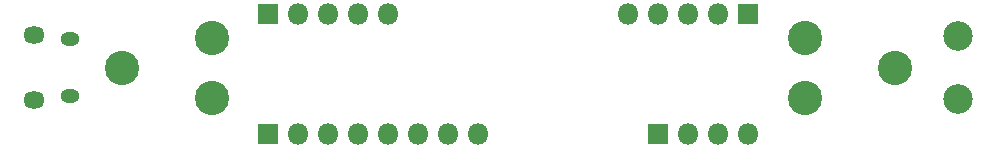
<source format=gbs>
G04 #@! TF.GenerationSoftware,KiCad,Pcbnew,(5.1.4-0-10_14)*
G04 #@! TF.CreationDate,2019-10-03T22:44:09-07:00*
G04 #@! TF.ProjectId,STM32L0xx_18650,53544d33-324c-4307-9878-5f3138363530,rev?*
G04 #@! TF.SameCoordinates,Original*
G04 #@! TF.FileFunction,Soldermask,Bot*
G04 #@! TF.FilePolarity,Negative*
%FSLAX46Y46*%
G04 Gerber Fmt 4.6, Leading zero omitted, Abs format (unit mm)*
G04 Created by KiCad (PCBNEW (5.1.4-0-10_14)) date 2019-10-03 22:44:09*
%MOMM*%
%LPD*%
G04 APERTURE LIST*
%ADD10C,2.901600*%
%ADD11O,1.801600X1.801600*%
%ADD12R,1.801600X1.801600*%
%ADD13O,1.801600X1.451600*%
%ADD14O,1.601600X1.201600*%
%ADD15C,2.501600*%
G04 APERTURE END LIST*
D10*
X74900000Y-97460000D03*
X74900000Y-102540000D03*
X125100000Y-97460000D03*
X125100000Y-102540000D03*
X132720000Y-100000000D03*
X67280000Y-100000000D03*
D11*
X97460000Y-105610000D03*
X94920000Y-105610000D03*
X92380000Y-105610000D03*
X89840000Y-105610000D03*
X87300000Y-105610000D03*
X84760000Y-105610000D03*
X82220000Y-105610000D03*
D12*
X79680000Y-105610000D03*
D13*
X59885000Y-102705000D03*
X59885000Y-97245000D03*
D14*
X62885000Y-102395000D03*
X62885000Y-97555000D03*
D15*
X138100000Y-102650000D03*
X138100000Y-97350000D03*
D12*
X112690000Y-105610000D03*
D11*
X115230000Y-105610000D03*
X117770000Y-105610000D03*
X120310000Y-105610000D03*
D12*
X120300000Y-95450000D03*
D11*
X117760000Y-95450000D03*
X115220000Y-95450000D03*
X112680000Y-95450000D03*
X110140000Y-95450000D03*
D12*
X79660000Y-95440000D03*
D11*
X82200000Y-95440000D03*
X84740000Y-95440000D03*
X87280000Y-95440000D03*
X89820000Y-95440000D03*
M02*

</source>
